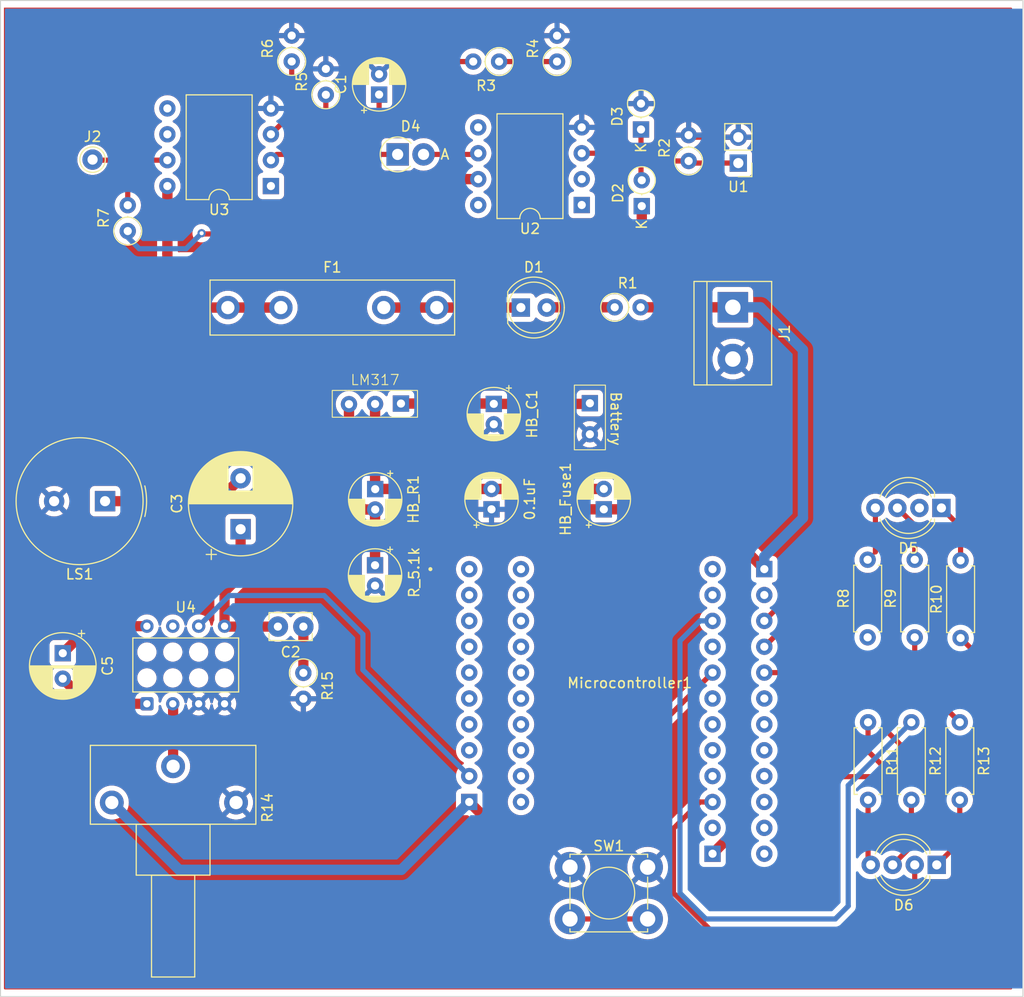
<source format=kicad_pcb>
(kicad_pcb (version 20240108) (generator "pcbnew") (generator_version "8.0")
  (layers (0 "F.Cu" signal) (31 "B.Cu" signal) (34 "B.Paste" user) (35 "F.Paste" user) (36 "B.SilkS" user "B.Silkscreen") (37 "F.SilkS" user "F.Silkscreen") (38 "B.Mask" user) (39 "F.Mask" user) (44 "Edge.Cuts" user))
  (net 0 "")
  (net 1 "Earth")
  (net 2 "Net-(Battery1-+)")
  (net 3 "Net-(D4-K)")
  (net 4 "Net-(C2-Pad1)")
  (net 5 "Net-(C2-Pad2)")
  (net 6 "Net-(C3-Pad2)")
  (net 7 "Net-(C5-Pad2)")
  (net 8 "Net-(C5-Pad1)")
  (net 9 "+5V")
  (net 10 "Net-(D2-A)")
  (net 11 "Net-(D4-A)")
  (net 12 "Pin 2.0")
  (net 13 "Net-(D5-RK)")
  (net 14 "Net-(D5-GK)")
  (net 15 "Net-(D5-BK)")
  (net 16 "Pin 2.2")
  (net 17 "Net-(D6-GK)")
  (net 18 "Net-(D6-BK)")
  (net 19 "Net-(D6-RK)")
  (net 20 "Net-(LM317-Output)")
  (net 21 "Net-(LM317-Adjust)")
  (net 22 "P0.1")
  (net 23 "Pin 3.2")
  (net 24 "Pin 3.1")
  (net 25 "Pin 3.0")
  (net 26 "Pin 3.5")
  (net 27 "Pin 3.4")
  (net 28 "Pin 3.3")
  (net 29 "Pin 2.5")
  (net 30 "Net-(U2--)")
  (net 31 "Net-(U3--)")
  (net 32 "Net-(U4--)")
  (net 40 "VCC")
  (footprint "Resistor_THT:R_Axial_DIN0207_L6.3mm_D2.5mm_P2.54mm_Vertical" (layer "F.Cu") (at 193.215 52.435 90)
    (property "Reference" "R5" (at 1.27 -2.37 -90) (layer "F.SilkS"))
    (property "Value" "10k")
    (pad "1" thru_hole circle (at 0 0 90) (size 1.6 1.6) (drill 0.8) (layers "*.Cu" "*.Mask") (net 3 "Net-(D4-K)"))
    (pad "2" thru_hole oval (at 2.54 0 90) (size 1.6 1.6) (drill 0.8) (layers "*.Cu" "*.Mask") (net 1 "Earth"))
  )
  (footprint "LED_THT:LED_D5.0mm-4_RGB_Wide_Pins" (layer "F.Cu") (at 253.159 128.0395 180)
    (property "Reference" "D6" (at 3.2385 -3.96 180) (layer "F.SilkS"))
    (property "Value" "LED_ABGR")
    (pad "1" thru_hole circle (at 2.159 0 180) (size 1.8 1.8) (drill 0.9) (layers "*.Cu" "*.Mask") (net 16 "Pin 2.2"))
    (pad "2" thru_hole rect (at 0 0 180) (size 1.8 1.8) (drill 0.9) (layers "*.Cu" "*.Mask") (net 18 "Net-(D6-BK)"))
    (pad "3" thru_hole circle (at 4.318 0 180) (size 1.8 1.8) (drill 0.9) (layers "*.Cu" "*.Mask") (net 17 "Net-(D6-GK)"))
    (pad "4" thru_hole circle (at 6.477 0 180) (size 1.8 1.8) (drill 0.9) (layers "*.Cu" "*.Mask") (net 19 "Net-(D6-RK)"))
  )
  (footprint "Capacitor_THT:CP_Radial_D5.0mm_P2.00mm" (layer "F.Cu") (at 209.471444 93.132 90)
    (property "Reference" "HB_C2" (hide yes))
    (property "Value" "0.1uF" (at 1 3.75 -90) (layer "F.SilkS"))
    (pad "1" thru_hole rect (at 0 0 90) (size 1.6 1.6) (drill 0.8) (layers "*.Cu" "*.Mask") (net 1 "Earth"))
    (pad "2" thru_hole circle (at 2 0 90) (size 1.6 1.6) (drill 0.8) (layers "*.Cu" "*.Mask") (net 20 "Net-(LM317-Output)"))
  )
  (footprint "Diode_THT:D_DO-41_SOD81_P2.54mm_Vertical_AnodeUp" (layer "F.Cu") (at 200.26 58.29)
    (property "Reference" "D4" (at 1.27 -2.750635 0) (layer "F.SilkS"))
    (property "Value" "D")
    (fp_text user "A" (at 4.64 0 0) (layer "F.SilkS"))
    (pad "1" thru_hole rect (at 0 0) (size 2.2 2.2) (drill 1.1) (layers "*.Cu" "*.Mask") (net 3 "Net-(D4-K)"))
    (pad "2" thru_hole oval (at 2.54 0) (size 2.2 2.2) (drill 1.1) (layers "*.Cu" "*.Mask") (net 11 "Net-(D4-A)"))
  )
  (footprint "Resistor_THT:R_Axial_DIN0207_L6.3mm_D2.5mm_P7.62mm_Horizontal" (layer "F.Cu") (at 255.5 105.77 90)
    (property "Reference" "R10" (at 3.81 -2.37 -90) (layer "F.SilkS"))
    (property "Value" "370")
    (pad "1" thru_hole circle (at 0 0 90) (size 1.6 1.6) (drill 0.8) (layers "*.Cu" "*.Mask") (net 25 "Pin 3.0"))
    (pad "2" thru_hole oval (at 7.62 0 90) (size 1.6 1.6) (drill 0.8) (layers "*.Cu" "*.Mask") (net 15 "Net-(D5-BK)"))
  )
  (footprint "Resistor_THT:R_Axial_DIN0207_L6.3mm_D2.5mm_P2.54mm_Vertical" (layer "F.Cu") (at 215.9 49.175 90)
    (property "Reference" "R4" (at 1.27 -2.37 -90) (layer "F.SilkS"))
    (property "Value" "10k")
    (pad "1" thru_hole circle (at 0 0 90) (size 1.6 1.6) (drill 0.8) (layers "*.Cu" "*.Mask") (net 30 "Net-(U2--)"))
    (pad "2" thru_hole oval (at 2.54 0 90) (size 1.6 1.6) (drill 0.8) (layers "*.Cu" "*.Mask") (net 1 "Earth"))
  )
  (footprint "Resistor_THT:R_Axial_DIN0207_L6.3mm_D2.5mm_P2.54mm_Vertical" (layer "F.Cu") (at 228.815 58.935 90)
    (property "Reference" "R2" (at 1.27 -2.37 -90) (layer "F.SilkS"))
    (property "Value" "1M ")
    (pad "1" thru_hole circle (at 0 0 90) (size 1.6 1.6) (drill 0.8) (layers "*.Cu" "*.Mask") (net 10 "Net-(D2-A)"))
    (pad "2" thru_hole oval (at 2.54 0 90) (size 1.6 1.6) (drill 0.8) (layers "*.Cu" "*.Mask") (net 1 "Earth"))
  )
  (footprint "Capacitor_THT:CP_Radial_D5.0mm_P2.00mm" (layer "F.Cu") (at 220.491556 93.132 90)
    (property "Reference" "HB_Fuse1" (at 1 -3.75 -90) (layer "F.SilkS"))
    (property "Value" "800mA")
    (pad "1" thru_hole rect (at 0 0 90) (size 1.6 1.6) (drill 0.8) (layers "*.Cu" "*.Mask") (net 9 "+5V"))
    (pad "2" thru_hole circle (at 2 0 90) (size 1.6 1.6) (drill 0.8) (layers "*.Cu" "*.Mask") (net 20 "Net-(LM317-Output)"))
  )
  (footprint "Resistor_THT:R_Axial_DIN0207_L6.3mm_D2.5mm_P7.62mm_Horizontal" (layer "F.Cu") (at 250.671 114.0395 -90)
    (property "Reference" "R12" (at 3.81 -2.37 90) (layer "F.SilkS"))
    (property "Value" "370")
    (pad "1" thru_hole circle (at 0 0 270) (size 1.6 1.6) (drill 0.8) (layers "*.Cu" "*.Mask") (net 27 "Pin 3.4"))
    (pad "2" thru_hole oval (at 7.62 0 270) (size 1.6 1.6) (drill 0.8) (layers "*.Cu" "*.Mask") (net 17 "Net-(D6-GK)"))
  )
  (footprint "Resistor_THT:R_Axial_DIN0207_L6.3mm_D2.5mm_P7.62mm_Horizontal" (layer "F.Cu") (at 246.421 114.0395 -90)
    (property "Reference" "R11" (at 3.81 -2.37 90) (layer "F.SilkS"))
    (property "Value" "370")
    (pad "1" thru_hole circle (at 0 0 270) (size 1.6 1.6) (drill 0.8) (layers "*.Cu" "*.Mask") (net 26 "Pin 3.5"))
    (pad "2" thru_hole oval (at 7.62 0 270) (size 1.6 1.6) (drill 0.8) (layers "*.Cu" "*.Mask") (net 19 "Net-(D6-RK)"))
  )
  (footprint "Capacitor_THT:CP_Radial_D5.0mm_P2.00mm" (layer "F.Cu") (at 198.041444 98.625 -90)
    (property "Reference" "HB_R2" (hide yes))
    (property "Value" "5.1k" (hide yes))
    (fp_text user "R_5.1k" (at 0.701112 -3.838888 90) (layer "F.SilkS"))
    (pad "1" thru_hole rect (at 0 0 270) (size 1.6 1.6) (drill 0.8) (layers "*.Cu" "*.Mask") (net 21 "Net-(LM317-Adjust)"))
    (pad "2" thru_hole circle (at 2 0 270) (size 1.6 1.6) (drill 0.8) (layers "*.Cu" "*.Mask") (net 1 "Earth"))
  )
  (footprint "Diode_THT:D_DO-35_SOD27_P2.54mm_Vertical_KathodeUp" (layer "F.Cu") (at 224.14 55.840685 90)
    (property "Reference" "D3" (at 1.27 -2.326371 -90) (layer "F.SilkS"))
    (property "Value" "5.1")
    (fp_text user "K" (at -1.8 0 -90) (layer "F.SilkS"))
    (pad "1" thru_hole rect (at 0 0 90) (size 1.6 1.6) (drill 0.8) (layers "*.Cu" "*.Mask") (net 10 "Net-(D2-A)"))
    (pad "2" thru_hole oval (at 2.54 0 90) (size 1.6 1.6) (drill 0.8) (layers "*.Cu" "*.Mask") (net 1 "Earth"))
  )
  (footprint "Resistor_THT:R_Axial_DIN0207_L6.3mm_D2.5mm_P7.62mm_Horizontal" (layer "F.Cu") (at 246.38 105.7 90)
    (property "Reference" "R8" (at 3.81 -2.37 -90) (layer "F.SilkS"))
    (property "Value" "370")
    (pad "1" thru_hole circle (at 0 0 90) (size 1.6 1.6) (drill 0.8) (layers "*.Cu" "*.Mask") (net 23 "Pin 3.2"))
    (pad "2" thru_hole oval (at 7.62 0 90) (size 1.6 1.6) (drill 0.8) (layers "*.Cu" "*.Mask") (net 13 "Net-(D5-RK)"))
  )
  (footprint "Diode_THT:D_DO-35_SOD27_P2.54mm_Vertical_KathodeUp" (layer "F.Cu") (at 224.215 63.365685 90)
    (property "Reference" "D2" (at 1.27 -2.326371 -90) (layer "F.SilkS"))
    (property "Value" "5.1")
    (fp_text user "K" (at -1.8 0 -90) (layer "F.SilkS"))
    (pad "1" thru_hole rect (at 0 0 90) (size 1.6 1.6) (drill 0.8) (layers "*.Cu" "*.Mask") (net 9 "+5V"))
    (pad "2" thru_hole oval (at 2.54 0 90) (size 1.6 1.6) (drill 0.8) (layers "*.Cu" "*.Mask") (net 10 "Net-(D2-A)"))
  )
  (footprint "TerminalBlock:TerminalBlock_bornier-2_P5.08mm" (layer "F.Cu") (at 233.15 73.3 -90)
    (property "Reference" "J1" (at 2.54 -5.08 90) (layer "F.SilkS"))
    (property "Value" "Conn_01x02_Pin")
    (pad "1" thru_hole rect (at 0 0 270) (size 3 3) (drill 1.52) (layers "*.Cu" "*.Mask") (net 9 "+5V"))
    (pad "2" thru_hole circle (at 5.08 0 270) (size 3 3) (drill 1.52) (layers "*.Cu" "*.Mask") (net 1 "Earth"))
  )
  (footprint "Headers:OST_302-S241" (layer "F.Cu") (at 208.553556 112.976 -90)
    (property "Reference" "Microcontroller1" (at -2.794 -14.478 0) (layer "F.SilkS"))
    (property "Value" "~" (hide yes))
    (pad "1" thru_hole circle (at -13.97 -22.606 270) (size 1.6 1.6) (drill 0.8) (layers "*.Cu" "*.Mask"))
    (pad "1" thru_hole circle (at -13.97 1.27 270) (size 1.6 1.6) (drill 0.8) (layers "*.Cu" "*.Mask"))
    (pad "2" thru_hole rect (at -13.97 -27.686 270) (size 1.6 1.6) (drill 0.8) (layers "*.Cu" "*.Mask" "B.Paste") (net 9 "+5V"))
    (pad "2" thru_hole circle (at -13.97 -3.81 270) (size 1.6 1.6) (drill 0.8) (layers "*.Cu" "*.Mask"))
    (pad "3" thru_hole circle (at -11.43 -22.606 270) (size 1.6 1.6) (drill 0.8) (layers "*.Cu" "*.Mask"))
    (pad "3" thru_hole circle (at -11.43 1.27 270) (size 1.6 1.6) (drill 0.8) (layers "*.Cu" "*.Mask"))
    (pad "4" thru_hole circle (at -11.43 -27.686 270) (size 1.6 1.6) (drill 0.8) (layers "*.Cu" "*.Mask"))
    (pad "4" thru_hole circle (at -11.43 -3.81 270) (size 1.6 1.6) (drill 0.8) (layers "*.Cu" "*.Mask"))
    (pad "5" thru_hole circle (at -8.89 -22.606 270) (size 1.6 1.6) (drill 0.8) (layers "*.Cu" "*.Mask") (net 27 "Pin 3.4"))
    (pad "5" thru_hole circle (at -8.89 1.27 270) (size 1.6 1.6) (drill 0.8) (layers "*.Cu" "*.Mask"))
    (pad "6" thru_hole circle (at -8.89 -27.686 270) (size 1.6 1.6) (drill 0.8) (layers "*.Cu" "*.Mask") (net 26 "Pin 3.5"))
    (pad "6" thru_hole circle (at -8.89 -3.81 270) (size 1.6 1.6) (drill 0.8) (layers "*.Cu" "*.Mask"))
    (pad "7" thru_hole circle (at -6.35 -22.606 270) (size 1.6 1.6) (drill 0.8) (layers "*.Cu" "*.Mask"))
    (pad "7" thru_hole circle (at -6.35 1.27 270) (size 1.6 1.6) (drill 0.8) (layers "*.Cu" "*.Mask"))
    (pad "8" thru_hole circle (at -6.35 -27.686 270) (size 1.6 1.6) (drill 0.8) (layers "*.Cu" "*.Mask" "F.Adhes") (net 28 "Pin 3.3"))
    (pad "8" thru_hole circle (at -6.35 -3.81 270) (size 1.6 1.6) (drill 0.8) (layers "*.Cu" "*.Mask"))
    (pad "9" thru_hole circle (at -3.81 -22.606 270) (size 1.6 1.6) (drill 0.8) (layers "*.Cu" "*.Mask") (net 25 "Pin 3.0"))
    (pad "9" thru_hole circle (at -3.81 1.27 270) (size 1.6 1.6) (drill 0.8) (layers "*.Cu" "*.Mask"))
    (pad "10" thru_hole circle (at -3.81 -27.686 270) (size 1.6 1.6) (drill 0.8) (layers "*.Cu" "*.Mask") (net 24 "Pin 3.1"))
    (pad "10" thru_hole circle (at -3.81 -3.81 270) (size 1.6 1.6) (drill 0.8) (layers "*.Cu" "*.Mask"))
    (pad "11" thru_hole circle (at -1.27 -22.606 270) (size 1.6 1.6) (drill 0.8) (layers "*.Cu" "*.Mask"))
    (pad "11" thru_hole circle (at -1.27 1.27 270) (size 1.6 1.6) (drill 0.8) (layers "*.Cu" "*.Mask"))
    (pad "12" thru_hole circle (at -1.27 -27.686 270) (size 1.6 1.6) (drill 0.8) (layers "*.Cu" "*.Mask"))
    (pad "12" thru_hole circle (at -1.27 -3.81 270) (size 1.6 1.6) (drill 0.8) (layers "*.Cu" "*.Mask"))
    (pad "13" thru_hole circle (at 1.27 -22.606 270) (size 1.6 1.6) (drill 0.8) (layers "*.Cu" "*.Mask"))
    (pad "13" thru_hole circle (at 1.27 1.27 270) (size 1.6 1.6) (drill 0.8) (layers "*.Cu" "*.Mask"))
    (pad "14" thru_hole circle (at 1.27 -27.686 270) (size 1.6 1.6) (drill 0.8) (layers "*.Cu" "*.Mask"))
    (pad "14" thru_hole circle (at 1.27 -3.81 270) (size 1.6 1.6) (drill 0.8) (layers "*.Cu" "*.Mask"))
    (pad "15" thru_hole circle (at 3.81 -22.606 270) (size 1.6 1.6) (drill 0.8) (layers "*.Cu" "*.Mask"))
    (pad "15" thru_hole circle (at 3.81 1.27 270) (size 1.6 1.6) (drill 0.8) (layers "*.Cu" "*.Mask"))
    (pad "16" thru_hole circle (at 3.81 -27.686 270) (size 1.6 1.6) (drill 0.8) (layers "*.Cu" "*.Mask"))
    (pad "16" thru_hole circle (at 3.81 -3.81 270) (size 1.6 1.6) (drill 0.8) (layers "*.Cu" "*.Mask"))
    (pad "17" thru_hole circle (at 6.35 -22.606 270) (size 1.6 1.6) (drill 0.8) (layers "*.Cu" "*.Mask"))
    (pad "17" thru_hole circle (at 6.35 1.27 270) (size 1.6 1.6) (drill 0.8) (layers "*.Cu" "*.Mask"))
    (pad "18" thru_hole circle (at 6.35 -27.686 270) (size 1.6 1.6) (drill 0.8) (layers "*.Cu" "*.Mask"))
    (pad "18" thru_hole circle (at 6.35 -3.81 270) (size 1.6 1.6) (drill 0.8) (layers "*.Cu" "*.Mask"))
    (pad "19" thru_hole circle (at 8.89 -22.606 270) (size 1.6 1.6) (drill 0.8) (layers "*.Cu" "*.Mask") (net 16 "Pin 2.2"))
    (pad "20" thru_hole circle (at 8.89 -27.686 270) (size 1.6 1.6) (drill 0.8) (layers "*.Cu" "*.Mask"))
    (pad "21" thru_hole circle (at 11.43 -22.606 270) (size 1.6 1.6) (drill 0.8) (layers "*.Cu" "*.Mask"))
    (pad "22" thru_hole circle (at 11.43 -27.686 270) (size 1.6 1.6) (drill 0.8) (layers "*.Cu" "*.Mask"))
    (pad "23" thru_hole rect (at 8.89 1.27 270) (size 1.6 1.6) (drill 0.8) (layers "*.Cu" "*.Mask"))
    (pad "23" thru_hole rect (at 13.97 -22.606 270) (size 1.6 1.6) (drill 0.8) (layers "*.Cu" "*.Mask") (net 9 "+5V"))
    (pad "24" thru_hole circle (at 8.89 -3.81 270) (size 1.6 1.6) (drill 0.8) (layers "*.Cu" "*.Mask"))
    (pad "24" thru_hole circle (at 13.97 -27.686 270) (size 1.6 1.6) (drill 0.8) (layers "*.Cu" "*.Mask"))
  )
  (footprint "Capacitor_THT:CP_Radial_D5.0mm_P2.00mm" (layer "F.Cu") (at 198.056556 91.152 -90)
    (property "Reference" "HB_R1" (at 1 -3.75 90) (layer "F.SilkS"))
    (property "Value" "2k")
    (pad "1" thru_hole rect (at 0 0 270) (size 1.6 1.6) (drill 0.8) (layers "*.Cu" "*.Mask") (net 20 "Net-(LM317-Output)"))
    (pad "2" thru_hole circle (at 2 0 270) (size 1.6 1.6) (drill 0.8) (layers "*.Cu" "*.Mask") (net 21 "Net-(LM317-Adjust)"))
  )
  (footprint "Fuse:Fuseholder_Littelfuse_445_030_series_5x20mm" (layer "F.Cu") (at 183.6 73.325)
    (property "Reference" "F1" (at 10.25 -3.95 0) (layer "F.SilkS"))
    (property "Value" "Fuse")
    (pad "1" thru_hole circle (at 0 0) (size 2.3 2.3) (drill 1.3) (layers "*.Cu" "*.Mask") (net 9 "+5V"))
    (pad "1" thru_hole circle (at 5.2 0) (size 2.3 2.3) (drill 1.3) (layers "*.Cu" "*.Mask") (net 9 "+5V"))
    (pad "2" thru_hole circle (at 15.3 0) (size 2.3 2.3) (drill 1.3) (layers "*.Cu" "*.Mask") (net 9 "+5V"))
    (pad "2" thru_hole circle (at 20.5 0) (size 2.3 2.3) (drill 1.3) (layers "*.Cu" "*.Mask") (net 9 "+5V"))
  )
  (footprint "Harris_Library:9V_Battery_Jumper" (layer "F.Cu") (at 213.027444 82.972 -90)
    (property "Reference" "Battery1" (hide yes))
    (property "Value" "9v" (hide yes))
    (fp_text user "Battery" (at 1.27 -8.636 -90) (layer "F.SilkS"))
    (pad "1" thru_hole rect (at -0.254 -6.096 270) (size 1.6 1.6) (drill 0.8) (layers "*.Cu" "*.Mask") (net 2 "Net-(Battery1-+)"))
    (pad "2" thru_hole circle (at 2.794 -6.096 270) (size 1.6 1.6) (drill 0.8) (layers "*.Cu" "*.Mask") (net 1 "Earth"))
  )
  (footprint "Connector_Samtec_HLE_THT:Samtec_HLE-104-02-xx-DV-PE_2x04_P2.54mm_Horizontal" (layer "F.Cu") (at 175.655 104.605)
    (property "Reference" "U4" (at 3.81 -1.86 0) (layer "F.SilkS"))
    (property "Value" "LM386")
    (pad "" np_thru_hole circle (at 0 2.54) (size 1.4 1.4) (drill 1.4) (layers "*.Cu" "*.Mask"))
    (pad "" np_thru_hole circle (at 0 5.08) (size 1.4 1.4) (drill 1.4) (layers "*.Cu" "*.Mask"))
    (pad "" np_thru_hole circle (at 2.54 2.54) (size 1.4 1.4) (drill 1.4) (layers "*.Cu" "*.Mask"))
    (pad "" np_thru_hole circle (at 2.54 5.08) (size 1.4 1.4) (drill 1.4) (layers "*.Cu" "*.Mask"))
    (pad "" np_thru_hole circle (at 5.08 2.54) (size 1.4 1.4) (drill 1.4) (layers "*.Cu" "*.Mask"))
    (pad "" np_thru_hole circle (at 5.08 5.08) (size 1.4 1.4) (drill 1.4) (layers "*.Cu" "*.Mask"))
    (pad "" np_thru_hole circle (at 7.62 2.54) (size 1.4 1.4) (drill 1.4) (layers "*.Cu" "*.Mask"))
    (pad "" np_thru_hole circle (at 7.62 5.08) (size 1.4 1.4) (drill 1.4) (layers "*.Cu" "*.Mask"))
    (pad "1" thru_hole roundrect (at 0 7.62) (size 1.31 1.31) (drill 0.71) (layers "*.Cu" "*.Mask") (roundrect_rratio 0.1908396947) (net 8 "Net-(C5-Pad1)"))
    (pad "2" thru_hole circle (at 2.54 7.62) (size 1.31 1.31) (drill 0.71) (layers "*.Cu" "*.Mask") (net 32 "Net-(U4--)"))
    (pad "3" thru_hole circle (at 5.08 7.62) (size 1.31 1.31) (drill 0.71) (layers "*.Cu" "*.Mask") (net 1 "Earth"))
    (pad "4" thru_hole circle (at 7.62 7.62) (size 1.31 1.31) (drill 0.71) (layers "*.Cu" "*.Mask") (net 1 "Earth"))
    (pad "5" thru_hole circle (at 7.62 0) (size 1.31 1.31) (drill 0.71) (layers "*.Cu" "*.Mask") (net 4 "Net-(C2-Pad1)"))
    (pad "6" thru_hole circle (at 5.08 0) (size 1.31 1.31) (drill 0.71) (layers "*.Cu" "*.Mask") (net 40 "VCC"))
    (pad "7" thru_hole circle (at 2.54 0) (size 1.31 1.31) (drill 0.71) (layers "*.Cu" "*.Mask"))
    (pad "8" thru_hole circle (at 0 0) (size 1.31 1.31) (drill 0.71) (layers "*.Cu" "*.Mask") (net 7 "Net-(C5-Pad2)"))
  )
  (footprint "Capacitor_THT:CP_Radial_D5.0mm_P2.00mm" (layer "F.Cu") (at 198.44 52.415 90)
    (property "Reference" "C1" (at 1 -3.75 -90) (layer "F.SilkS"))
    (property "Value" "100uF")
    (pad "1" thru_hole rect (at 0 0 90) (size 1.6 1.6) (drill 0.8) (layers "*.Cu" "*.Mask") (net 3 "Net-(D4-K)"))
    (pad "2" thru_hole circle (at 2 0 90) (size 1.6 1.6) (drill 0.8) (layers "*.Cu" "*.Mask") (net 1 "Earth"))
  )
  (footprint "Potentiometer_THT:Potentiometer_Piher_T-16H_Single_Horizontal" (layer "F.Cu") (at 173.228 122.428 -90)
    (property "Reference" "R14" (at 0 -14.25 90) (layer "F.SilkS"))
    (property "Value" "10k")
    (pad "1" thru_hole circle (at -0.508 1.016 270) (size 2.34 2.34) (drill 1.3) (layers "*.Cu" "*.Mask") (net 9 "+5V"))
    (pad "2" thru_hole circle (at -4.064 -5 270) (size 2.34 2.34) (drill 1.3) (layers "*.Cu" "*.Mask") (net 32 "Net-(U4--)"))
    (pad "3" thru_hole circle (at -0.508 -11.176 270) (size 2.34 2.34) (drill 1.3) (layers "*.Cu" "*.Mask") (net 1 "Earth"))
  )
  (footprint "LED_THT:LED_D5.0mm" (layer "F.Cu") (at 212.35 73.325)
    (property "Reference" "D1" (at 1.27 -3.96 0) (layer "F.SilkS"))
    (property "Value" "LED")
    (pad "1" thru_hole rect (at 0 0) (size 1.8 1.8) (drill 0.9) (layers "*.Cu" "*.Mask") (net 9 "+5V"))
    (pad "2" thru_hole circle (at 2.54 0) (size 1.8 1.8) (drill 0.9) (layers "*.Cu" "*.Mask") (net 9 "+5V"))
  )
  (footprint "Capacitor_THT:CP_Radial_D5.0mm_P2.00mm" (layer "F.Cu") (at 209.696556 82.782 -90)
    (property "Reference" "HB_C1" (at 1 -3.75 90) (layer "F.SilkS"))
    (property "Value" "0.1uF")
    (pad "1" thru_hole rect (at 0 0 270) (size 1.6 1.6) (drill 0.8) (layers "*.Cu" "*.Mask") (net 2 "Net-(Battery1-+)"))
    (pad "2" thru_hole circle (at 2 0 270) (size 1.6 1.6) (drill 0.8) (layers "*.Cu" "*.Mask") (net 1 "Earth"))
  )
  (footprint "Package_DIP:DIP-8_W10.16mm" (layer "F.Cu") (at 187.825 61.395 180)
    (property "Reference" "U3" (at 5.08 -2.33 180) (layer "F.SilkS"))
    (property "Value" "LM311")
    (pad "1" thru_hole rect (at 0 0 180) (size 1.6 1.6) (drill 0.8) (layers "*.Cu" "*.Mask"))
    (pad "2" thru_hole oval (at 0 2.54 180) (size 1.6 1.6) (drill 0.8) (layers "*.Cu" "*.Mask") (net 3 "Net-(D4-K)"))
    (pad "3" thru_hole oval (at 0 5.08 180) (size 1.6 1.6) (drill 0.8) (layers "*.Cu" "*.Mask") (net 31 "Net-(U3--)"))
    (pad "4" thru_hole oval (at 0 7.62 180) (size 1.6 1.6) (drill 0.8) (layers "*.Cu" "*.Mask") (net 1 "Earth"))
    (pad "5" thru_hole oval (at 10.16 7.62 180) (size 1.6 1.6) (drill 0.8) (layers "*.Cu" "*.Mask"))
    (pad "6" thru_hole oval (at 10.16 5.08 180) (size 1.6 1.6) (drill 0.8) (layers "*.Cu" "*.Mask"))
    (pad "7" thru_hole oval (at 10.16 2.54 180) (size 1.6 1.6) (drill 0.8) (layers "*.Cu" "*.Mask") (net 22 "P0.1"))
    (pad "8" thru_hole oval (at 10.16 0 180) (size 1.6 1.6) (drill 0.8) (layers "*.Cu" "*.Mask") (net 9 "+5V"))
  )
  (footprint "Resistor_THT:R_Axial_DIN0207_L6.3mm_D2.5mm_P2.54mm_Vertical" (layer "F.Cu") (at 173.775 65.815 90)
    (property "Reference" "R7" (at 1.27 -2.37 -90) (layer "F.SilkS"))
    (property "Value" "1K")
    (pad "1" thru_hole circle (at 0 0 90) (size 1.6 1.6) (drill 0.8) (layers "*.Cu" "*.Mask") (net 3 "Net-(D4-K)"))
    (pad "2" thru_hole oval (at 2.54 0 90) (size 1.6 1.6) (drill 0.8) (layers "*.Cu" "*.Mask") (net 22 "P0.1"))
  )
  (footprint "Resistor_THT:R_Axial_DIN0207_L6.3mm_D2.5mm_P7.62mm_Horizontal" (layer "F.Cu") (at 251 105.7 90)
    (property "Reference" "R9" (at 3.81 -2.37 -90) (layer "F.SilkS"))
    (property "Value" "370")
    (pad "1" thru_hole circle (at 0 0 90) (size 1.6 1.6) (drill 0.8) (layers "*.Cu" "*.Mask") (net 24 "Pin 3.1"))
    (pad "2" thru_hole oval (at 7.62 0 90) (size 1.6 1.6) (drill 0.8) (layers "*.Cu" "*.Mask") (net 14 "Net-(D5-GK)"))
  )
  (footprint "Connector_PinHeader_2.54mm:PinHeader_1x02_P2.54mm_Vertical" (layer "F.Cu") (at 233.69 59.14 180)
    (property "Reference" "U1" (at 0 -2.33 180) (layer "F.SilkS"))
    (property "Value" "~")
    (pad "1" thru_hole rect (at 0 0 180) (size 1.7 1.7) (drill 1) (layers "*.Cu" "*.Mask") (net 10 "Net-(D2-A)"))
    (pad "2" thru_hole oval (at 0 2.54 180) (size 1.7 1.7) (drill 1) (layers "*.Cu" "*.Mask") (net 1 "Earth"))
  )
  (footprint "Harris_Library:LM317" (layer "F.Cu") (at 197.635444 87.14)
    (property "Reference" "LM317" (at 0.406 -6.708 0) (layer "F.SilkS") (effects (font (thickness 0.1))))
    (property "Value" "~")
    (pad "1" thru_hole circle (at -2.15 -4.33) (size 1.6 1.6) (drill 0.8) (layers "*.Cu" "*.Mask") (net 21 "Net-(LM317-Adjust)"))
    (pad "2" thru_hole circle (at 0.41 -4.35) (size 1.6 1.6) (drill 0.8) (layers "*.Cu" "*.Mask") (net 20 "Net-(LM317-Output)"))
    (pad "3" thru_hole rect (at 2.95 -4.39) (size 1.6 1.6) (drill 0.8) (layers "*.Cu" "*.Mask") (net 2 "Net-(Battery1-+)"))
  )
  (footprint "Resistor_THT:R_Axial_DIN0207_L6.3mm_D2.5mm_P2.54mm_Vertical" (layer "F.Cu") (at 221.56 73.3)
    (property "Reference" "R1" (at 1.27 -2.37 0) (layer "F.SilkS"))
    (property "Value" "1K ")
    (pad "1" thru_hole circle (at 0 0) (size 1.6 1.6) (drill 0.8) (layers "*.Cu" "*.Mask") (net 9 "+5V"))
    (pad "2" thru_hole oval (at 2.54 0) (size 1.6 1.6) (drill 0.8) (layers "*.Cu" "*.Mask") (net 9 "+5V"))
  )
  (footprint "Capacitor_THT:CP_Radial_D10.0mm_P5.00mm" (layer "F.Cu") (at 184.85 95.085 90)
    (property "Reference" "C3" (at 2.5 -6.25 -90) (layer "F.SilkS"))
    (property "Value" "220uF")
    (pad "1" thru_hole rect (at 0 0 90) (size 2 2) (drill 1) (layers "*.Cu" "*.Mask") (net 4 "Net-(C2-Pad1)"))
    (pad "2" thru_hole circle (at 5 0 90) (size 2 2) (drill 1) (layers "*.Cu" "*.Mask") (net 6 "Net-(C3-Pad2)"))
  )
  (footprint "LED_THT:LED_D5.0mm-4_RGB_Wide_Pins" (layer "F.Cu") (at 253.619 93 180)
    (property "Reference" "D5" (at 3.2385 -3.96 180) (layer "F.SilkS"))
    (property "Value" "LED_ABGR")
    (pad "1" thru_hole circle (at 2.159 0 180) (size 1.8 1.8) (drill 0.9) (layers "*.Cu" "*.Mask") (net 12 "Pin 2.0"))
    (pad "2" thru_hole rect (at 0 0 180) (size 1.8 1.8) (drill 0.9) (layers "*.Cu" "*.Mask") (net 15 "Net-(D5-BK)"))
    (pad "3" thru_hole circle (at 4.318 0 180) (size 1.8 1.8) (drill 0.9) (layers "*.Cu" "*.Mask") (net 14 "Net-(D5-GK)"))
    (pad "4" thru_hole circle (at 6.477 0 180) (size 1.8 1.8) (drill 0.9) (layers "*.Cu" "*.Mask") (net 13 "Net-(D5-RK)"))
  )
  (footprint "Resistor_THT:R_Axial_DIN0207_L6.3mm_D2.5mm_P2.54mm_Vertical" (layer "F.Cu") (at 210.215 49.175 180)
    (property "Reference" "R3" (at 1.27 -2.37 180) (layer "F.SilkS"))
    (property "Value" "20k")
    (pad "1" thru_hole circle (at 0 0 180) (size 1.6 1.6) (drill 0.8) (layers "*.Cu" "*.Mask") (net 30 "Net-(U2--)"))
    (pad "2" thru_hole oval (at 2.54 0 180) (size 1.6 1.6) (drill 0.8) (layers "*.Cu" "*.Mask") (net 11 "Net-(D4-A)"))
  )
  (footprint "Capacitor_THT:C_Rect_L4.0mm_W2.5mm_P2.50mm" (layer "F.Cu") (at 191.008 104.648 180)
    (property "Reference" "C2" (at 1.25 -2.5 180) (layer "F.SilkS"))
    (property "Value" "22pF")
    (pad "1" thru_hole circle (at 2.5 0 180) (size 2 2) (drill 0.8) (layers "*.Cu" "*.Mask") (net 4 "Net-(C2-Pad1)"))
    (pad "2" thru_hole circle (at 0 0 180) (size 2 2) (drill 0.8) (layers "*.Cu" "*.Mask") (net 5 "Net-(C2-Pad2)"))
  )
  (footprint "Resistor_THT:R_Axial_DIN0207_L6.3mm_D2.5mm_P7.62mm_Horizontal" (layer "F.Cu") (at 255.421 114.0395 -90)
    (property "Reference" "R13" (at 3.81 -2.37 90) (layer "F.SilkS"))
    (property "Value" "370")
    (pad "1" thru_hole circle (at 0 0 270) (size 1.6 1.6) (drill 0.8) (layers "*.Cu" "*.Mask") (net 28 "Pin 3.3"))
    (pad "2" thru_hole oval (at 7.62 0 270) (size 1.6 1.6) (drill 0.8) (layers "*.Cu" "*.Mask") (net 18 "Net-(D6-BK)"))
  )
  (footprint "Resistor_THT:R_Axial_DIN0207_L6.3mm_D2.5mm_P2.54mm_Vertical" (layer "F.Cu") (at 191.008 109.191 -90)
    (property "Reference" "R15" (at 1.27 -2.37 90) (layer "F.SilkS"))
    (property "Value" "10k")
    (pad "1" thru_hole circle (at 0 0 270) (size 1.6 1.6) (drill 0.8) (layers "*.Cu" "*.Mask") (net 5 "Net-(C2-Pad2)"))
    (pad "2" thru_hole oval (at 2.54 0 270) (size 1.6 1.6) (drill 0.8) (layers "*.Cu" "*.Mask") (net 1 "Earth"))
  )
  (footprint "Buzzer_Beeper:Buzzer_TDK_PS1240P02BT_D12.2mm_H6.5mm" (layer "F.Cu") (at 171.55 92.335 180)
    (property "Reference" "LS1" (at 2.5 -7.17 180) (layer "F.SilkS"))
    (property "Value" "Speaker_Crystal")
    (pad "1" thru_hole rect (at 0 0 180) (size 2 2) (drill 1) (layers "*.Cu" "*.Mask") (net 6 "Net-(C3-Pad2)"))
    (pad "2" thru_hole circle (at 5 0 180) (size 2 2) (drill 1) (layers "*.Cu" "*.Mask") (net 1 "Earth"))
  )
  (footprint "Capacitor_THT:CP_Radial_D6.3mm_P2.50mm" (layer "F.Cu") (at 167.4 107.26 -90)
    (property "Reference" "C5" (at 1.25 -4.4 90) (layer "F.SilkS"))
    (property "Value" "10uF")
    (pad "1" thru_hole rect (at 0 0 270) (size 1.6 1.6) (drill 0.8) (layers "*.Cu" "*.Mask") (net 8 "Net-(C5-Pad1)"))
    (pad "2" thru_hole circle (at 2.5 0 270) (size 1.6 1.6) (drill 0.8) (layers "*.Cu" "*.Mask") (net 7 "Net-(C5-Pad2)"))
  )
  (footprint "Package_DIP:DIP-8_W10.16mm" (layer "F.Cu") (at 218.325 63.255 180)
    (property "Reference" "U2" (at 5.08 -2.33 180) (layer "F.SilkS"))
    (property "Value" "TL071")
    (pad "1" thru_hole rect (at 0 0 180) (size 1.6 1.6) (drill 0.8) (layers "*.Cu" "*.Mask"))
    (pad "2" thru_hole oval (at 0 2.54 180) (size 1.6 1.6) (drill 0.8) (layers "*.Cu" "*.Mask") (net 30 "Net-(U2--)"))
    (pad "3" thru_hole oval (at 0 5.08 180) (size 1.6 1.6) (drill 0.8) (layers "*.Cu" "*.Mask") (net 10 "Net-(D2-A)"))
    (pad "4" thru_hole oval (at 0 7.62 180) (size 1.6 1.6) (drill 0.8) (layers "*.Cu" "*.Mask") (net 1 "Earth"))
    (pad "5" thru_hole oval (at 10.16 7.62 180) (size 1.6 1.6) (drill 0.8) (layers "*.Cu" "*.Mask"))
    (pad "6" thru_hole oval (at 10.16 5.08 180) (size 1.6 1.6) (drill 0.8) (layers "*.Cu" "*.Mask") (net 11 "Net-(D4-A)"))
    (pad "7" thru_hole oval (at 10.16 2.54 180) (size 1.6 1.6) (drill 0.8) (layers "*.Cu" "*.Mask") (net 9 "+5V"))
    (pad "8" thru_hole oval (at 10.16 0 180) (size 1.6 1.6) (drill 0.8) (layers "*.Cu" "*.Mask"))
  )
  (footprint "Resistor_THT:R_Axial_DIN0207_L6.3mm_D2.5mm_P2.54mm_Vertical" (layer "F.Cu") (at 189.865 49.165 90)
    (property "Reference" "R6" (at 1.27 -2.37 -90) (layer "F.SilkS"))
    (property "Value" "18k")
    (pad "1" thru_hole circle (at 0 0 90) (size 1.6 1.6) (drill 0.8) (layers "*.Cu" "*.Mask") (net 31 "Net-(U3--)"))
    (pad "2" thru_hole oval (at 2.54 0 90) (size 1.6 1.6) (drill 0.8) (layers "*.Cu" "*.Mask") (net 1 "Earth"))
  )
  (footprint "Connector_Pin:Pin_D1.0mm_L10.0mm" (layer "F.Cu") (at 170.325 58.8 180)
    (property "Reference" "J2" (at 0 2.25 180) (layer "F.SilkS"))
    (property "Value" "Conn_01x01_Pin")
    (pad "1" thru_hole circle (at 0 0 180) (size 2 2) (drill 1) (layers "*.Cu" "*.Mask") (net 22 "P0.1"))
  )
  (footprint "Button_Switch_THT:SW_Tactile_Straight_KSA0Axx1LFTR" (layer "F.Cu") (at 217.17 128.27)
    (property "Reference" "SW1" (at 3.81 -2.08 0) (layer "F.SilkS"))
    (property "Value" "SW_Push")
    (pad "1" thru_hole circle (at 0 0) (size 3 3) (drill 1.5) (layers "*.Cu" "*.Mask") (net 1 "Earth"))
    (pad "1" thru_hole circle (at 7.62 0) (size 3 3) (drill 1.5) (layers "*.Cu" "*.Mask") (net 1 "Earth"))
    (pad "2" thru_hole circle (at 0 5.08) (size 3 3) (drill 1.5) (layers "*.Cu" "*.Mask") (net 29 "Pin 2.5"))
    (pad "2" thru_hole circle (at 7.62 5.08) (size 3 3) (drill 1.5) (layers "*.Cu" "*.Mask") (net 29 "Pin 2.5"))
  )
  (gr_rect (start 161.725 43.98) (end 260.455 140.17) (stroke (width 0.2)) (fill none) (layer "F.Cu") (net 19))
  (gr_rect (start 161.29 43.18) (end 261.62 140.97) (stroke (width 0.1)) (fill none) (layer "Edge.Cuts"))
  (segment (start 229.02 56.6) (end 228.815 56.395) (width 0.25) (layer "F.Cu") (net 1))
  (segment (start 233.69 56.6) (end 229.02 56.6) (width 0.508) (layer "F.Cu") (net 1))
  (segment (start 219.123444 82.718) (end 219.059444 82.782) (width 0.25) (layer "F.Cu") (net 2))
  (segment (start 209.696556 82.782) (end 209.664556 82.75) (width 0.25) (layer "F.Cu") (net 2))
  (segment (start 209.392444 82.718) (end 209.360444 82.75) (width 0.25) (layer "F.Cu") (net 2))
  (segment (start 209.664556 82.75) (end 200.585444 82.75) (width 1.016) (layer "F.Cu") (net 2))
  (segment (start 209.446444 82.664) (end 209.360444 82.75) (width 0.25) (layer "F.Cu") (net 2))
  (segment (start 219.059444 82.782) (end 209.696556 82.782) (width 1.016) (layer "F.Cu") (net 2))
  (segment (start 180.95 66.1) (end 181.025 66.025) (width 0.25) (layer "F.Cu") (net 3))
  (segment (start 187.65 66.1) (end 190.95 62.8) (width 0.508) (layer "F.Cu") (net 3))
  (segment (start 181.1 66.1) (end 187.65 66.1) (width 0.508) (layer "F.Cu") (net 3))
  (segment (start 193.215 56.055) (end 195.45 58.29) (width 0.508) (layer "F.Cu") (net 3))
  (segment (start 180.8 66.1) (end 180.95 66.1) (width 0.25) (layer "F.Cu") (net 3))
  (segment (start 191.8 58.29) (end 188.39 58.29) (width 0.508) (layer "F.Cu") (net 3))
  (segment (start 181.025 66.025) (end 181.1 66.1) (width 0.25) (layer "F.Cu") (net 3))
  (segment (start 196.425 57.265) (end 197.45 58.29) (width 0.508) (layer "F.Cu") (net 3))
  (segment (start 193.215 52.435) (end 193.215 56.055) (width 0.508) (layer "F.Cu") (net 3))
  (segment (start 197.45 58.29) (end 195.45 58.29) (width 0.508) (layer "F.Cu") (net 3))
  (segment (start 198.44 52.415) (end 198.44 54.435) (width 0.508) (layer "F.Cu") (net 3))
  (segment (start 190.95 62.8) (end 190.95 59.24) (width 0.508) (layer "F.Cu") (net 3))
  (segment (start 198.44 54.435) (end 196.425 56.45) (width 0.508) (layer "F.Cu") (net 3))
  (segment (start 190.95 59.24) (end 190 58.29) (width 0.508) (layer "F.Cu") (net 3))
  (segment (start 195.45 58.29) (end 191.8 58.29) (width 0.508) (layer "F.Cu") (net 3))
  (segment (start 196.425 56.45) (end 196.425 57.265) (width 0.508) (layer "F.Cu") (net 3))
  (segment (start 188.39 58.29) (end 187.825 58.855) (width 0.25) (layer "F.Cu") (net 3))
  (segment (start 200.26 58.29) (end 197.45 58.29) (width 0.508) (layer "F.Cu") (net 3))
  (via (at 181.025 66.025) (size 0.8) (drill 0.4) (layers "F.Cu" "B.Cu") (net 3))
  (segment (start 174.9 67.55) (end 179.5 67.55) (width 0.508) (layer "B.Cu") (net 3))
  (segment (start 173.775 65.815) (end 173.775 66.425) (width 0.25) (layer "B.Cu") (net 3))
  (segment (start 179.5 67.55) (end 181.025 66.025) (width 0.508) (layer "B.Cu") (net 3))
  (segment (start 173.775 66.425) (end 174.9 67.55) (width 0.508) (layer "B.Cu") (net 3))
  (segment (start 183.275 101.205) (end 184.85 99.63) (width 1) (layer "F.Cu") (net 4))
  (segment (start 184.85 99.63) (end 184.85 95.085) (width 1) (layer "F.Cu") (net 4))
  (segment (start 183.275 104.605) (end 183.275 101.205) (width 1) (layer "F.Cu") (net 4))
  (segment (start 183.318 104.648) (end 183.275 104.605) (width 0.25) (layer "F.Cu") (net 4))
  (segment (start 188.508 104.648) (end 183.318 104.648) (width 1) (layer "F.Cu") (net 4))
  (segment (start 191.008 104.648) (end 191.008 109.191) (width 1) (layer "F.Cu") (net 5))
  (segment (start 171.55 92.335) (end 182.6 92.335) (width 1) (layer "F.Cu") (net 6))
  (segment (start 182.6 92.335) (end 184.85 90.085) (width 1) (layer "F.Cu") (net 6))
  (segment (start 175.655 112.225) (end 169.865 112.225) (width 1) (layer "F.Cu") (net 7))
  (segment (start 169.865 112.225) (end 167.4 109.76) (width 1) (layer "F.Cu") (net 7))
  (segment (start 170.055 104.605) (end 167.4 107.26) (width 1) (layer "F.Cu") (net 8))
  (segment (start 175.655 104.605) (end 170.055 104.605) (width 1) (layer "F.Cu") (net 8))
  (segment (start 183.6 73.325) (end 188.8 73.325) (width 1.016) (layer "F.Cu") (net 9))
  (segment (start 213.125556 125.549) (end 210.966556 125.549) (width 1.016) (layer "F.Cu") (net 9))
  (segment (start 179.55 73.325) (end 183.6 73.325) (width 1.016) (layer "F.Cu") (net 9))
  (segment (start 212.35 73.325) (end 204.1 73.325) (width 1.016) (layer "F.Cu") (net 9))
  (segment (start 210.966556 125.549) (end 207.283556 121.866) (width 1.016) (layer "F.Cu") (net 9))
  (segment (start 204.425 66.375) (end 201.9 68.9) (width 1.016) (layer "F.Cu") (net 9))
  (segment (start 220.7 68.9) (end 204.475 68.9) (width 1.016) (layer "F.Cu") (net 9))
  (segment (start 220.491556 93.132) (end 230.365556 93.132) (width 1.016) (layer "F.Cu") (net 9))
  (segment (start 224.215 63.365685) (end 224.215 65.385) (width 1.016) (layer "F.Cu") (net 9))
  (segment (start 233.699556 96.466) (end 233.699556 124.406) (width 1.016) (layer "F.Cu") (net 9))
  (segment (start 233.445556 96.212) (end 233.699556 96.466) (width 0.25) (layer "F.Cu") (net 9))
  (segment (start 230.365556 93.132) (end 233.445556 96.212) (width 1.016) (layer "F.Cu") (net 9))
  (segment (start 221.56 73.3) (end 214.915 73.3) (width 1.016) (layer "F.Cu") (net 9))
  (segment (start 204.475 68.9) (end 201.9 68.9) (width 1.016) (layer "F.Cu") (net 9))
  (segment (start 233.15 73.3) (end 224.1 73.3) (width 1.016) (layer "F.Cu") (net 9))
  (segment (start 218.675556 93.132) (end 215.538556 96.269) (width 1.016) (layer "F.Cu") (net 9))
  (segment (start 177.665 68.025) (end 177.665 70.225) (width 1.016) (layer "F.Cu") (net 9))
  (segment (start 206.46 60.715) (end 204.425 62.75) (width 1.016) (layer "F.Cu") (net 9))
  (segment (start 215.538556 96.269) (end 215.538556 123.136) (width 1.016) (layer "F.Cu") (net 9))
  (segment (start 220.491556 93.132) (end 218.675556 93.132) (width 1.016) (layer "F.Cu") (net 9))
  (segment (start 224.215 63.365685) (end 223.975 63.605685) (width 0.25) (layer "F.Cu") (net 9))
  (segment (start 233.699556 124.406) (end 231.159556 126.946) (width 1.016) (layer "F.Cu") (net 9))
  (segment (start 233.699556 96.466) (end 236.239556 99.006) (width 1.016) (layer "F.Cu") (net 9))
  (segment (start 177.665 70.225) (end 177.665 71.44) (width 1.016) (layer "F.Cu") (net 9))
  (segment (start 204.425 62.75) (end 204.425 66.375) (width 1.016) (layer "F.Cu") (net 9))
  (segment (start 214.915 73.3) (end 214.89 73.325) (width 0.25) (layer "F.Cu") (net 9))
  (segment (start 224.215 65.385) (end 220.7 68.9) (width 1.016) (layer "F.Cu") (net 9))
  (segment (start 201.9 68.9) (end 178.99 68.9) (width 1.016) (layer "F.Cu") (net 9))
  (segment (start 208.165 60.715) (end 206.46 60.715) (width 1.016) (layer "F.Cu") (net 9))
  (segment (start 177.665 61.395) (end 177.665 68.025) (width 1.016) (layer "F.Cu") (net 9))
  (segment (start 215.538556 123.136) (end 213.125556 125.549) (width 1.016) (layer "F.Cu") (net 9))
  (segment (start 177.665 71.44) (end 179.55 73.325) (width 1.016) (layer "F.Cu") (net 9))
  (segment (start 178.99 68.9) (end 177.665 70.225) (width 1.016) (layer "F.Cu") (net 9))
  (segment (start 204.1 73.325) (end 198.9 73.325) (width 1.016) (layer "F.Cu") (net 9))
  (segment (start 207.283556 121.866) (end 200.625556 128.524) (width 1.016) (layer "B.Cu") (net 9))
  (segment (start 240.03 93.98) (end 240.03 77.47) (width 1.016) (layer "B.Cu") (net 9))
  (segment (start 236.239556 99.006) (end 236.239556 97.770444) (width 1.016) (layer "B.Cu") (net 9))
  (segment (start 200.625556 128.524) (end 178.816 128.524) (width 1.016) (layer "B.Cu") (net 9))
  (segment (start 236.239556 97.770444) (end 240.03 93.98) (width 1.016) (layer "B.Cu") (net 9))
  (segment (start 235.86 73.3) (end 233.15 73.3) (width 1.016) (layer "B.Cu") (net 9))
  (segment (start 178.816 128.524) (end 172.212 121.92) (width 1.016) (layer "B.Cu") (net 9))
  (segment (start 240.03 77.47) (end 235.86 73.3) (width 1.016) (layer "B.Cu") (net 9))
  (segment (start 233.69 59.14) (end 229.02 59.14) (width 0.508) (layer "F.Cu") (net 10))
  (segment (start 218.325 58.175) (end 223.615 58.175) (width 0.508) (layer "F.Cu") (net 10))
  (segment (start 229.02 59.14) (end 228.815 58.935) (width 0.25) (layer "F.Cu") (net 10))
  (segment (start 224.15 59.425) (end 224.14 59.425) (width 0.25) (layer "F.Cu") (net 10))
  (segment (start 224.14 59.425) (end 224.14 60.750685) (width 0.508) (layer "F.Cu") (net 10))
  (segment (start 224.64 58.935) (end 224.15 59.425) (width 0.508) (layer "F.Cu") (net 10))
  (segment (start 223.615 58.175) (end 224.14 58.7) (width 0.508) (layer "F.Cu") (net 10))
  (segment (start 224.14 60.750685) (end 224.215 60.825685) (width 0.25) (layer "F.Cu") (net 10))
  (segment (start 224.14 58.7) (end 224.14 59.425) (width 0.508) (layer "F.Cu") (net 10))
  (segment (start 228.815 58.935) (end 224.64 58.935) (width 0.508) (layer "F.Cu") (net 10))
  (segment (start 224.14 55.840685) (end 224.14 58.7) (width 0.508) (layer "F.Cu") (net 10))
  (segment (start 205.9 58.29) (end 202.8 58.29) (width 0.508) (layer "F.Cu") (net 11))
  (segment (start 205.1 57.49) (end 205.9 58.29) (width 0.508) (layer "F.Cu") (net 11))
  (segment (start 205.1 50.325) (end 205.1 57.49) (width 0.508) (layer "F.Cu") (net 11))
  (segment (start 206.25 49.175) (end 205.1 50.325) (width 0.508) (layer "F.Cu") (net 11))
  (segment (start 208.165 58.175) (end 208.05 58.29) (width 0.25) (layer "F.Cu") (net 11))
  (segment (start 207.675 49.175) (end 206.25 49.175) (width 0.508) (layer "F.Cu") (net 11))
  (segment (start 208.05 58.29) (end 205.9 58.29) (width 0.508) (layer "F.Cu") (net 11))
  (segment (start 247.142 97.318) (end 246.38 98.08) (width 0.25) (layer "F.Cu") (net 13))
  (segment (start 247.142 93) (end 247.142 97.318) (width 0.508) (layer "F.Cu") (net 13))
  (segment (start 251 94.699) (end 251 98.08) (width 0.508) (layer "F.Cu") (net 14))
  (segment (start 249.301 93) (end 251 94.699) (width 0.508) (layer "F.Cu") (net 14))
  (segment (start 255.5 98.15) (end 255.5 94.881) (width 0.508) (layer "F.Cu") (net 15))
  (segment (start 255.5 94.881) (end 253.619 93) (width 0.508) (layer "F.Cu") (net 15))
  (segment (start 227.33 130.81) (end 232.41 135.89) (width 0.508) (layer "F.Cu") (net 16))
  (segment (start 232.41 135.89) (end 248.46 135.89) (width 0.508) (layer "F.Cu") (net 16))
  (segment (start 231.159556 121.866) (end 229.924 121.866) (width 0.508) (layer "F.Cu") (net 16))
  (segment (start 229.924 121.866) (end 227.33 124.46) (width 0.508) (layer "F.Cu") (net 16))
  (segment (start 251 133.35) (end 251 128.0395) (width 0.508) (layer "F.Cu") (net 16))
  (segment (start 248.46 135.89) (end 251 133.35) (width 0.508) (layer "F.Cu") (net 16))
  (segment (start 227.33 124.46) (end 227.33 130.81) (width 0.508) (layer "F.Cu") (net 16))
  (segment (start 250.671 126.2095) (end 248.841 128.0395) (width 0.508) (layer "F.Cu") (net 17))
  (segment (start 250.671 121.6595) (end 250.671 126.2095) (width 0.508) (layer "F.Cu") (net 17))
  (segment (start 255.421 125.7775) (end 253.159 128.0395) (width 0.508) (layer "F.Cu") (net 18))
  (segment (start 255.421 121.6595) (end 255.421 125.7775) (width 0.508) (layer "F.Cu") (net 18))
  (segment (start 246.421 121.6595) (end 246.421 127.7785) (width 0.508) (layer "F.Cu") (net 19))
  (segment (start 246.421 127.7785) (end 246.682 128.0395) (width 0.25) (layer "F.Cu") (net 19))
  (segment (start 198.056556 91.152) (end 198.045444 91.140888) (width 0.25) (layer "F.Cu") (net 20))
  (segment (start 198.045444 91.128) (end 198.041444 91.132) (width 0.25) (layer "F.Cu") (net 20))
  (segment (start 209.471444 91.132) (end 220.491556 91.132) (width 1.016) (layer "F.Cu") (net 20))
  (segment (start 198.045444 91.140888) (end 198.045444 82.79) (width 1.016) (layer "F.Cu") (net 20))
  (segment (start 198.056556 91.152) (end 198.076556 91.132) (width 0.25) (layer "F.Cu") (net 20))
  (segment (start 198.076556 91.132) (end 209.471444 91.132) (width 1.016) (layer "F.Cu") (net 20))
  (segment (start 195.485444 82.81) (end 195.485444 91.70737) (width 1.016) (layer "F.Cu") (net 21))
  (segment (start 196.930074 93.152) (end 198.056556 93.152) (width 1.016) (layer "F.Cu") (net 21))
  (segment (start 198.041444 98.625) (end 198.041444 93.167112) (width 1.016) (layer "F.Cu") (net 21))
  (segment (start 198.041444 93.167112) (end 198.056556 93.152) (width 0.25) (layer "F.Cu") (net 21))
  (segment (start 195.485444 91.70737) (end 196.930074 93.152) (width 1.016) (layer "F.Cu") (net 21))
  (segment (start 177.665 58.855) (end 174.325 58.855) (width 0.508) (layer "F.Cu") (net 22))
  (segment (start 173.775 59.405) (end 174.325 58.855) (width 0.508) (layer "F.Cu") (net 22))
  (segment (start 170.38 58.855) (end 170.325 58.8) (width 0.25) (layer "F.Cu") (net 22))
  (segment (start 173.775 63.275) (end 173.775 59.405) (width 0.508) (layer "F.Cu") (net 22))
  (segment (start 174.325 58.855) (end 170.38 58.855) (width 0.508) (layer "F.Cu") (net 22))
  (segment (start 251 105.7) (end 251 107.14) (width 0.508) (layer "F.Cu") (net 24))
  (segment (start 236.239556 109.166) (end 248.974 109.166) (width 0.508) (layer "F.Cu") (net 24))
  (segment (start 248.974 109.166) (end 251 107.14) (width 0.508) (layer "F.Cu") (net 24))
  (segment (start 217.805 122.520556) (end 217.805 123.825) (width 0.508) (layer "F.Cu") (net 25))
  (segment (start 243.205 112.395) (end 244.475 111.125) (width 0.508) (layer "F.Cu") (net 25))
  (segment (start 248.285 112.395) (end 248.285 114.935) (width 0.508) (layer "F.Cu") (net 25))
  (segment (start 231.159556 109.166) (end 217.805 122.520556) (width 0.508) (layer "F.Cu") (net 25))
  (segment (start 243.84 119.38) (end 243.205 118.745) (width 0.508) (layer "F.Cu") (net 25))
  (segment (start 244.475 111.125) (end 247.015 111.125) (width 0.508) (layer "F.Cu") (net 25))
  (segment (start 248.285 114.935) (end 250.19 116.84) (width 0.508) (layer "F.Cu") (net 25))
  (segment (start 211.455 130.175) (end 211.455 137.16) (width 0.508) (layer "F.Cu") (net 25))
  (segment (start 212.725 138.43) (end 250.19 138.43) (width 0.508) (layer "F.Cu") (net 25))
  (segment (start 250.19 116.84) (end 255.905 116.84) (width 0.508) (layer "F.Cu") (net 25))
  (segment (start 258.445 130.175) (end 258.445 126.72383) (width 0.508) (layer "F.Cu") (net 25))
  (segment (start 257.81 119.38) (end 243.84 119.38) (width 0.508) (layer "F.Cu") (net 25))
  (segment (start 211.455 137.16) (end 212.725 138.43) (width 0.25) (layer "F.Cu") (net 25))
  (segment (start 250.19 138.43) (end 258.445 130.175) (width 0.508) (layer "F.Cu") (net 25))
  (segment (start 256.546 106.816) (end 255.5 105.77) (width 0.508) (layer "F.Cu") (net 25))
  (segment (start 258.445 126.72383) (end 258.445 120.015) (width 0.508) (layer "F.Cu") (net 25))
  (segment (start 258.445 120.015) (end 257.81 119.38) (width 0.508) (layer "F.Cu") (net 25))
  (segment (start 247.015 111.125) (end 248.285 112.395) (width 0.508) (layer "F.Cu") (net 25))
  (segment (start 257.81 114.935) (end 257.81 112.395) (width 0.508) (layer "F.Cu") (net 25))
  (segment (start 255.905 116.84) (end 257.81 114.935) (width 0.508) (layer "F.Cu") (net 25))
  (segment (start 243.205 118.745) (end 243.205 112.395) (width 0.508) (layer "F.Cu") (net 25))
  (segment (start 257.81 112.395) (end 256.546 111.131) (width 0.508) (layer "F.Cu") (net 25))
  (segment (start 217.805 123.825) (end 211.455 130.175) (width 0.508) (layer "F.Cu") (net 25))
  (segment (start 256.546 111.131) (end 256.546 106.816) (width 0.508) (layer "F.Cu") (net 25))
  (segment (start 246.421 114.0395) (end 246.421 116.881) (width 0.508) (layer "F.Cu") (net 26))
  (segment (start 239.360556 100.965) (end 236.239556 104.086) (width 0.508) (layer "F.Cu") (net 26))
  (segment (start 247.65 118.11) (end 256.54 118.11) (width 0.508) (layer "F.Cu") (net 26))
  (segment (start 256.54 100.965) (end 239.360556 100.965) (width 0.508) (layer "F.Cu") (net 26))
  (segment (start 259.08 114.935) (end 259.08 103.505) (width 0.508) (layer "F.Cu") (net 26))
  (segment (start 256.54 118.11) (end 259.08 115.57) (width 0.508) (layer "F.Cu") (net 26))
  (segment (start 246.421 116.881) (end 247.65 118.11) (width 0.508) (layer "F.Cu") (net 26))
  (segment (start 259.08 115.57) (end 259.08 114.935) (width 0.508) (layer "F.Cu") (net 26))
  (segment (start 259.08 103.505) (end 256.54 100.965) (width 0.508) (layer "F.Cu") (net 26))
  (segment (start 229.924 104.086) (end 231.159556 104.086) (width 0.508) (layer "B.Cu") (net 27))
  (segment (start 227.965 106.045) (end 229.924 104.086) (width 0.508) (layer "B.Cu") (net 27))
  (segment (start 244.475 120.2355) (end 244.475 132.08) (width 0.508) (layer "B.Cu") (net 27))
  (segment (start 230.505 133.35) (end 227.965 130.81) (width 0.508) (layer "B.Cu") (net 27))
  (segment (start 244.475 132.08) (end 243.205 133.35) (width 0.508) (layer "B.Cu") (net 27))
  (segment (start 250.671 114.0395) (end 244.475 120.2355) (width 0.508) (layer "B.Cu") (net 27))
  (segment (start 227.965 130.81) (end 227.965 106.045) (width 0.508) (layer "B.Cu") (net 27))
  (segment (start 243.205 133.35) (end 230.505 133.35) (width 0.508) (layer "B.Cu") (net 27))
  (segment (start 253.365 111.9835) (end 253.365 103.505) (width 0.508) (layer "F.Cu") (net 28))
  (segment (start 240.630556 102.235) (end 236.239556 106.626) (width 0.508) (layer "F.Cu") (net 28))
  (segment (start 255.421 114.0395) (end 253.365 111.9835) (width 0.508) (layer "F.Cu") (net 28))
  (segment (start 252.095 102.235) (end 240.630556 102.235) (width 0.508) (layer "F.Cu") (net 28))
  (segment (start 253.365 103.505) (end 252.095 102.235) (width 0.508) (layer "F.Cu") (net 28))
  (segment (start 224.79 133.35) (end 217.17 133.35) (width 0.508) (layer "F.Cu") (net 29))
  (segment (start 210.215 49.175) (end 215.9 49.175) (width 0.508) (layer "F.Cu") (net 30))
  (segment (start 189.865 49.165) (end 189.865 54.275) (width 0.508) (layer "F.Cu") (net 31))
  (segment (start 189.865 54.275) (end 187.825 56.315) (width 0.508) (layer "F.Cu") (net 31))
  (segment (start 178.228 118.364) (end 178.228 112.258) (width 1) (layer "F.Cu") (net 32))
  (segment (start 178.52 112.55) (end 178.195 112.225) (width 0.25) (layer "F.Cu") (net 32))
  (segment (start 178.228 112.258) (end 178.195 112.225) (width 0.25) (layer "F.Cu") (net 32))
  (segment (start 183.74 101.6) (end 193.04 101.6) (width 0.508) (layer "B.Cu") (net 40))
  (segment (start 180.735 104.605) (end 183.74 101.6) (width 0.508) (layer "B.Cu") (net 40))
  (segment (start 196.85 105.41) (end 196.85 108.892444) (width 0.508) (layer "B.Cu") (net 40))
  (segment (start 196.85 108.892444) (end 207.283556 119.326) (width 0.508) (layer "B.Cu") (net 40))
  (segment (start 193.04 101.6) (end 196.85 105.41) (width 0.508) (layer "B.Cu") (net 40))
  (zone (net 1) (net_name "Earth") (layers "F&B.Cu") (connect_pads (clearance 0.5)) (min_thickness 0.25) (fill yes (thermal_gap 0.5) (thermal_bridge_width 0.5))
    (polygon (pts (xy 161.725 43.98) (xy 261.725 43.98) (xy 261.725 140.17) (xy 161.725 140.17)))
  )
)
</source>
